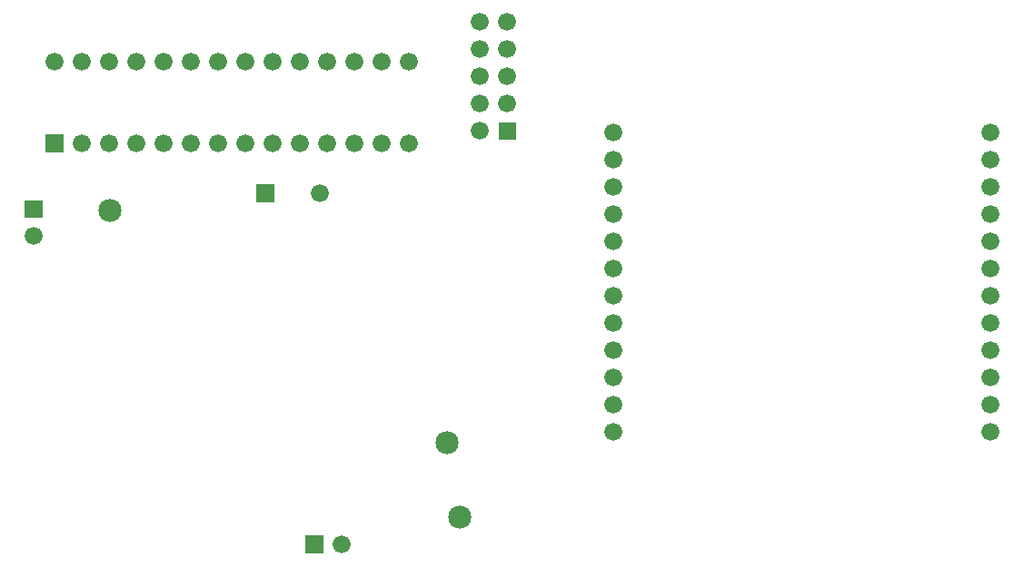
<source format=gbr>
G04 start of page 6 for group -4062 idx -4062 *
G04 Title: (unknown), soldermask *
G04 Creator: pcb 20110918 *
G04 CreationDate: Tue 14 Apr 2015 10:20:40 PM GMT UTC *
G04 For: andrew *
G04 Format: Gerber/RS-274X *
G04 PCB-Dimensions: 374016 236220 *
G04 PCB-Coordinate-Origin: lower left *
%MOIN*%
%FSLAX25Y25*%
%LNBOTTOMMASK*%
%ADD51C,0.0850*%
%ADD50C,0.0001*%
%ADD49C,0.0660*%
G54D49*X219770Y161490D03*
Y151490D03*
Y141490D03*
Y131490D03*
Y121490D03*
Y111490D03*
Y101490D03*
Y91490D03*
Y81490D03*
Y71490D03*
Y61490D03*
Y51490D03*
X358270Y131490D03*
Y121490D03*
Y111490D03*
Y101490D03*
Y161490D03*
Y151490D03*
Y141490D03*
Y91490D03*
Y81490D03*
Y71490D03*
Y61490D03*
Y51490D03*
G54D50*G36*
X3868Y136760D02*Y130160D01*
X10468D01*
Y136760D01*
X3868D01*
G37*
G54D49*X7168Y123460D03*
X54902Y157711D03*
X64902D03*
G54D50*G36*
X11602Y161011D02*Y154411D01*
X18202D01*
Y161011D01*
X11602D01*
G37*
G54D49*X24902Y157711D03*
X34902D03*
X44902D03*
G54D51*X35217Y132987D03*
G54D49*X74902Y157711D03*
X84902D03*
X104902Y187711D03*
X94902D03*
X84902D03*
X74902D03*
X64902D03*
X54902D03*
X44902D03*
X34902D03*
X24902D03*
X14902D03*
X94902Y157711D03*
X104902D03*
X114902D03*
X124902D03*
X134902D03*
X144902D03*
Y187711D03*
X134902D03*
X124902D03*
X114902D03*
G54D50*G36*
X106880Y13513D02*Y6913D01*
X113480D01*
Y13513D01*
X106880D01*
G37*
G54D49*X120180Y10213D03*
G54D51*X163605Y20160D03*
X158964Y47733D03*
G54D50*G36*
X88980Y142635D02*Y136035D01*
X95580D01*
Y142635D01*
X88980D01*
G37*
G54D49*X112280Y139335D03*
G54D50*G36*
X177763Y165426D02*Y158826D01*
X184363D01*
Y165426D01*
X177763D01*
G37*
G54D49*X171063Y162126D03*
X181063Y172126D03*
X171063D03*
X181063Y182126D03*
X171063D03*
X181063Y192126D03*
X171063D03*
X181063Y202126D03*
X171063D03*
M02*

</source>
